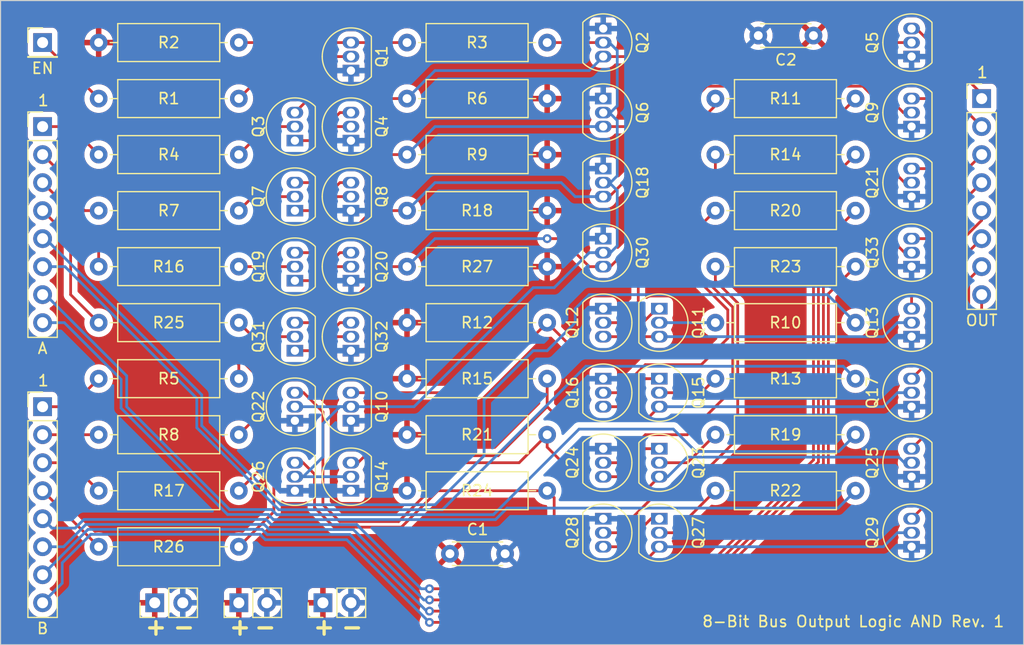
<source format=kicad_pcb>
(kicad_pcb (version 20221018) (generator pcbnew)
  (layers (0 "F.Cu" signal) (31 "B.Cu" signal) (34 "B.Paste" user) (35 "F.Paste" user) (36 "B.SilkS" user "B.Silkscreen") (37 "F.SilkS" user "F.Silkscreen") (38 "B.Mask" user) (39 "F.Mask" user) (44 "Edge.Cuts" user))
  (net 0 "")
  (net 1 "VCC")
  (net 2 "GND")
  (net 3 "Net-(J1-Pin_1)")
  (net 4 "/A1")
  (net 5 "/A2")
  (net 6 "/A3")
  (net 7 "/A4")
  (net 8 "/A5")
  (net 9 "/A6")
  (net 10 "/A7")
  (net 11 "/A8")
  (net 12 "/B1")
  (net 13 "/B2")
  (net 14 "/B3")
  (net 15 "/B4")
  (net 16 "/B5")
  (net 17 "/B6")
  (net 18 "/B7")
  (net 19 "/B8")
  (net 20 "/O1")
  (net 21 "/O2")
  (net 22 "/O3")
  (net 23 "/O4")
  (net 24 "/O5")
  (net 25 "/O6")
  (net 26 "/O7")
  (net 27 "/O8")
  (net 28 "Net-(Q1-B)")
  (net 29 "Net-(Q1-C)")
  (net 30 "/EN_INT")
  (net 31 "Net-(Q2-C)")
  (net 32 "Net-(Q3-E)")
  (net 33 "Net-(Q3-B)")
  (net 34 "Net-(Q4-B)")
  (net 35 "Net-(Q6-C)")
  (net 36 "Net-(Q7-E)")
  (net 37 "Net-(Q7-B)")
  (net 38 "Net-(Q8-B)")
  (net 39 "Net-(Q10-C)")
  (net 40 "Net-(Q11-E)")
  (net 41 "Net-(Q11-B)")
  (net 42 "Net-(Q12-B)")
  (net 43 "Net-(Q14-C)")
  (net 44 "Net-(Q15-E)")
  (net 45 "Net-(Q15-B)")
  (net 46 "Net-(Q16-B)")
  (net 47 "Net-(Q18-C)")
  (net 48 "Net-(Q19-E)")
  (net 49 "Net-(Q19-B)")
  (net 50 "Net-(Q20-B)")
  (net 51 "Net-(Q22-C)")
  (net 52 "Net-(Q23-E)")
  (net 53 "Net-(Q23-B)")
  (net 54 "Net-(Q24-B)")
  (net 55 "Net-(Q26-C)")
  (net 56 "Net-(Q27-E)")
  (net 57 "Net-(Q27-B)")
  (net 58 "Net-(Q28-B)")
  (net 59 "Net-(Q30-C)")
  (net 60 "Net-(Q31-E)")
  (net 61 "Net-(Q31-B)")
  (net 62 "Net-(Q32-B)")
  (footprint "Package_TO_SOT_THT:TO-92_Inline" (layer "F.Cu") (at 231.14 78.74 90)
    (fp_text reference "Q9")
    (fp_text value "2N2222")
  )
  (footprint "Connector_PinHeader_2.54mm:PinHeader_1x08_P2.54mm_Vertical" (layer "F.Cu") (at 152.4 104.14)
    (fp_text reference "J6" hide)
    (fp_text value "B")
  )
  (footprint "Resistor_THT:R_Axial_DIN0309_L9.0mm_D3.2mm_P12.70mm_Horizontal" (layer "F.Cu") (at 198.12 96.52 180)
    (fp_text reference "R12")
    (fp_text value "1K")
  )
  (footprint "Package_TO_SOT_THT:TO-92_Inline" (layer "F.Cu") (at 203.2 69.85 -90)
    (fp_text reference "Q2")
    (fp_text value "2N2222" hide)
  )
  (footprint "Package_TO_SOT_THT:TO-92_Inline" (layer "F.Cu") (at 203.2 76.2 -90)
    (fp_text reference "Q6")
    (fp_text value "2N2222" hide)
  )
  (footprint "Resistor_THT:R_Axial_DIN0309_L9.0mm_D3.2mm_P12.70mm_Horizontal" (layer "F.Cu") (at 185.42 81.28)
    (fp_text reference "R9")
    (fp_text value "1K")
  )
  (footprint "Resistor_THT:R_Axial_DIN0309_L9.0mm_D3.2mm_P12.70mm_Horizontal" (layer "F.Cu") (at 213.36 111.76)
    (fp_text reference "R22")
    (fp_text value "10K")
  )
  (footprint "Package_TO_SOT_THT:TO-92_Inline" (layer "F.Cu") (at 231.14 116.84 90)
    (fp_text reference "Q29")
    (fp_text value "2N2222")
  )
  (footprint "Resistor_THT:R_Axial_DIN0309_L9.0mm_D3.2mm_P12.70mm_Horizontal" (layer "F.Cu") (at 213.36 81.28)
    (fp_text reference "R14")
    (fp_text value "10K")
  )
  (footprint "Connector_PinHeader_2.54mm:PinHeader_1x01_P2.54mm_Vertical" (layer "F.Cu") (at 152.4 71.12)
    (fp_text reference "J1" hide)
    (fp_text value "EN")
  )
  (footprint "Package_TO_SOT_THT:TO-92_Inline" (layer "F.Cu") (at 180.34 111.76 90)
    (fp_text reference "Q14")
    (fp_text value "2N2222" hide)
  )
  (footprint "Resistor_THT:R_Axial_DIN0309_L9.0mm_D3.2mm_P12.70mm_Horizontal" (layer "F.Cu") (at 213.36 106.68)
    (fp_text reference "R19")
    (fp_text value "10K")
  )
  (footprint "Resistor_THT:R_Axial_DIN0309_L9.0mm_D3.2mm_P12.70mm_Horizontal" (layer "F.Cu") (at 213.36 91.44)
    (fp_text reference "R23")
    (fp_text value "10K")
  )
  (footprint "Package_TO_SOT_THT:TO-92_Inline" (layer "F.Cu") (at 231.14 85.09 90)
    (fp_text reference "Q21")
    (fp_text value "2N2222")
  )
  (footprint "Connector_PinHeader_2.54mm:PinHeader_1x08_P2.54mm_Vertical" (layer "F.Cu") (at 152.4 78.74)
    (fp_text reference "J5" hide)
    (fp_text value "A")
  )
  (footprint "Package_TO_SOT_THT:TO-92_Inline" (layer "F.Cu") (at 175.26 99.06 90)
    (fp_text reference "Q31")
    (fp_text value "2N2222" hide)
  )
  (footprint "Resistor_THT:R_Axial_DIN0309_L9.0mm_D3.2mm_P12.70mm_Horizontal" (layer "F.Cu") (at 170.18 71.12 180)
    (fp_text reference "R2")
    (fp_text value "1K")
  )
  (footprint "Resistor_THT:R_Axial_DIN0309_L9.0mm_D3.2mm_P12.70mm_Horizontal" (layer "F.Cu") (at 170.18 96.52 180)
    (fp_text reference "R25")
    (fp_text value "10K")
  )
  (footprint "Package_TO_SOT_THT:TO-92_Inline" (layer "F.Cu") (at 203.2 101.6 -90)
    (fp_text reference "Q16")
    (fp_text value "2N2222" hide)
  )
  (footprint "Package_TO_SOT_THT:TO-92_Inline" (layer "F.Cu") (at 208.28 114.3 -90)
    (fp_text reference "Q27")
    (fp_text value "2N2222" hide)
  )
  (footprint "Resistor_THT:R_Axial_DIN0309_L9.0mm_D3.2mm_P12.70mm_Horizontal" (layer "F.Cu") (at 170.18 111.76 180)
    (fp_text reference "R17")
    (fp_text value "10K")
  )
  (footprint "Package_TO_SOT_THT:TO-92_Inline" (layer "F.Cu") (at 208.28 95.25 -90)
    (fp_text reference "Q11")
    (fp_text value "2N2222" hide)
  )
  (footprint "Package_TO_SOT_THT:TO-92_Inline" (layer "F.Cu") (at 175.26 86.36 90)
    (fp_text reference "Q7")
    (fp_text value "2N2222" hide)
  )
  (footprint "Resistor_THT:R_Axial_DIN0309_L9.0mm_D3.2mm_P12.70mm_Horizontal" (layer "F.Cu") (at 170.18 91.44 180)
    (fp_text reference "R16")
    (fp_text value "10K")
  )
  (footprint "Package_TO_SOT_THT:TO-92_Inline" (layer "F.Cu") (at 203.2 107.95 -90)
    (fp_text reference "Q24")
    (fp_text value "2N2222" hide)
  )
  (footprint "Package_TO_SOT_THT:TO-92_Inline" (layer "F.Cu") (at 203.2 82.55 -90)
    (fp_text reference "Q18")
    (fp_text value "2N2222" hide)
  )
  (footprint "Package_TO_SOT_THT:TO-92_Inline" (layer "F.Cu") (at 175.26 105.41 90)
    (fp_text reference "Q22")
    (fp_text value "2N2222" hide)
  )
  (footprint "Resistor_THT:R_Axial_DIN0309_L9.0mm_D3.2mm_P12.70mm_Horizontal" (layer "F.Cu") (at 213.36 96.52)
    (fp_text reference "R10")
    (fp_text value "10K")
  )
  (footprint "Resistor_THT:R_Axial_DIN0309_L9.0mm_D3.2mm_P12.70mm_Horizontal" (layer "F.Cu") (at 170.18 86.36 180)
    (fp_text reference "R7")
    (fp_text value "10K")
  )
  (footprint "Package_TO_SOT_THT:TO-92_Inline" (layer "F.Cu") (at 203.2 88.9 -90)
    (fp_text reference "Q30")
    (fp_text value "2N2222" hide)
  )
  (footprint "Package_TO_SOT_THT:TO-92_Inline" (layer "F.Cu") (at 175.26 111.76 90)
    (fp_text reference "Q26")
    (fp_text value "2N2222" hide)
  )
  (footprint "Package_TO_SOT_THT:TO-92_Inline" (layer "F.Cu") (at 231.14 72.39 90)
    (fp_text reference "Q5")
    (fp_text value "2N2222")
  )
  (footprint "Package_TO_SOT_THT:TO-92_Inline" (layer "F.Cu") (at 180.34 80.01 90)
    (fp_text reference "Q4")
    (fp_text value "2N2222" hide)
  )
  (footprint "Package_TO_SOT_THT:TO-92_Inline" (layer "F.Cu") (at 180.34 86.36 90)
    (fp_text reference "Q8")
    (fp_text value "2N2222" hide)
  )
  (footprint "Package_TO_SOT_THT:TO-92_Inline" (layer "F.Cu") (at 208.28 101.6 -90)
    (fp_text reference "Q15")
    (fp_text value "2N2222" hide)
  )
  (footprint "Package_TO_SOT_THT:TO-92_Inline" (layer "F.Cu") (at 208.28 107.95 -90)
    (fp_text reference "Q23")
    (fp_text value "2N2222" hide)
  )
  (footprint "Package_TO_SOT_THT:TO-92_Inline" (layer "F.Cu") (at 175.26 92.71 90)
    (fp_text reference "Q19")
    (fp_text value "2N2222" hide)
  )
  (footprint "Connector_PinHeader_2.54mm:PinHeader_1x02_P2.54mm_Vertical" (layer "F.Cu") (at 177.8 121.92 90)
    (fp_text reference "J3" hide)
    (fp_text value "POWER" hide)
  )
  (footprint "Resistor_THT:R_Axial_DIN0309_L9.0mm_D3.2mm_P12.70mm_Horizontal" (layer "F.Cu") (at 170.18 81.28 180)
    (fp_text reference "R4")
    (fp_text value "10K")
  )
  (footprint "Package_TO_SOT_THT:TO-92_Inline" (layer "F.Cu") (at 231.14 97.79 90)
    (fp_text reference "Q13")
    (fp_text value "2N2222")
  )
  (footprint "Package_TO_SOT_THT:TO-92_Inline" (layer "F.Cu") (at 231.14 110.49 90)
    (fp_text reference "Q25")
    (fp_text value "2N2222")
  )
  (footprint "Resistor_THT:R_Axial_DIN0309_L9.0mm_D3.2mm_P12.70mm_Horizontal" (layer "F.Cu") (at 185.42 86.36)
    (fp_text reference "R18")
    (fp_text value "1K")
  )
  (footprint "Resistor_THT:R_Axial_DIN0309_L9.0mm_D3.2mm_P12.70mm_Horizontal" (layer "F.Cu") (at 213.36 101.6)
    (fp_text reference "R13")
    (fp_text value "10K")
  )
  (footprint "Resistor_THT:R_Axial_DIN0309_L9.0mm_D3.2mm_P12.70mm_Horizontal" (layer "F.Cu") (at 198.12 106.68 180)
    (fp_text reference "R21")
    (fp_text value "1K")
  )
  (footprint "Package_TO_SOT_THT:TO-92_Inline" (layer "F.Cu") (at 180.34 99.06 90)
    (fp_text reference "Q32")
    (fp_text value "2N2222" hide)
  )
  (footprint "Resistor_THT:R_Axial_DIN0309_L9.0mm_D3.2mm_P12.70mm_Horizontal" (layer "F.Cu") (at 198.12 111.76 180)
    (fp_text reference "R24")
    (fp_text value "1K")
  )
  (footprint "Resistor_THT:R_Axial_DIN0309_L9.0mm_D3.2mm_P12.70mm_Horizontal" (layer "F.Cu") (at 170.18 76.2 180)
    (fp_text reference "R1")
    (fp_text value "10K")
  )
  (footprint "Resistor_THT:R_Axial_DIN0309_L9.0mm_D3.2mm_P12.70mm_Horizontal" (layer "F.Cu") (at 198.12 71.12 180)
    (fp_text reference "R3")
    (fp_text value "100")
  )
  (footprint "Capacitor_THT:C_Disc_D4.3mm_W1.9mm_P5.00mm" (layer "F.Cu") (at 189.31 117.475)
    (fp_text reference "C1")
    (fp_text value "0.1uF")
  )
  (footprint "Package_TO_SOT_THT:TO-92_Inline" (layer "F.Cu") (at 180.34 105.41 90)
    (fp_text reference "Q10")
    (fp_text value "2N2222" hide)
  )
  (footprint "Package_TO_SOT_THT:TO-92_Inline" (layer "F.Cu") (at 180.34 92.71 90)
    (fp_text reference "Q20")
    (fp_text value "2N2222" hide)
  )
  (footprint "Capacitor_THT:C_Disc_D4.3mm_W1.9mm_P5.00mm" (layer "F.Cu") (at 222.25 70.485 180)
    (fp_text reference "C2")
    (fp_text value "0.1uF")
  )
  (footprint "Resistor_THT:R_Axial_DIN0309_L9.0mm_D3.2mm_P12.70mm_Horizontal" (layer "F.Cu") (at 170.18 116.84 180)
    (fp_text reference "R26")
    (fp_text value "10K")
  )
  (footprint "Resistor_THT:R_Axial_DIN0309_L9.0mm_D3.2mm_P12.70mm_Horizontal" (layer "F.Cu") (at 185.42 76.2)
    (fp_text reference "R6")
    (fp_text value "1K")
  )
  (footprint "Resistor_THT:R_Axial_DIN0309_L9.0mm_D3.2mm_P12.70mm_Horizontal" (layer "F.Cu") (at 213.36 76.2)
    (fp_text reference "R11")
    (fp_text value "10K")
  )
  (footprint "Connector_PinHeader_2.54mm:PinHeader_1x02_P2.54mm_Vertical" (layer "F.Cu") (at 170.18 121.92 90)
    (fp_text reference "J2" hide)
    (fp_text value "POWER" hide)
  )
  (footprint "Package_TO_SOT_THT:TO-92_Inline" (layer "F.Cu") (at 231.14 91.44 90)
    (fp_text reference "Q33")
    (fp_text value "2N2222")
  )
  (footprint "Connector_PinHeader_2.54mm:PinHeader_1x08_P2.54mm_Vertical" (layer "F.Cu") (at 237.49 76.2)
    (fp_text reference "J7" hide)
    (fp_text value "OUT")
  )
  (footprint "Package_TO_SOT_THT:TO-92_Inline" (layer "F.Cu") (at 180.34 73.66 90)
    (fp_text reference "Q1")
    (fp_text value "2N2222" hide)
  )
  (footprint "Resistor_THT:R_Axial_DIN0309_L9.0mm_D3.2mm_P12.70mm_Horizontal" (layer "F.Cu") (at 170.18 101.6 180)
    (fp_text reference "R5")
    (fp_text value "10K")
  )
  (footprint "Package_TO_SOT_THT:TO-92_Inline" (layer "F.Cu") (at 175.26 80.01 90)
    (fp_text reference "Q3")
    (fp_text value "2N2222" hide)
  )
  (footprint "Resistor_THT:R_Axial_DIN0309_L9.0mm_D3.2mm_P12.70mm_Horizontal" (layer "F.Cu") (at 170.18 106.68 180)
    (fp_text reference "R8")
    (fp_text value "10K")
  )
  (footprint "Resistor_THT:R_Axial_DIN0309_L9.0mm_D3.2mm_P12.70mm_Horizontal" (layer "F.Cu") (at 185.42 91.44)
    (fp_text reference "R27")
    (fp_text value "1K")
  )
  (footprint "Connector_PinHeader_2.54mm:PinHeader_1x02_P2.54mm_Vertical" (layer "F.Cu") (at 162.56 121.92 90)
    (fp_text reference "J4" hide)
    (fp_text value "POWER" hide)
  )
  (footprint "Package_TO_SOT_THT:TO-92_Inline" (layer "F.Cu") (at 203.2 114.3 -90)
    (fp_text reference "Q28")
    (fp_text value "2N2222" hide)
  )
  (footprint "Resistor_THT:R_Axial_DIN0309_L9.0mm_D3.2mm_P12.70mm_Horizontal" (layer "F.Cu") (at 198.12 101.6 180)
    (fp_text reference "R15")
    (fp_text value "1K")
  )
  (footprint "Package_TO_SOT_THT:TO-92_Inline" (layer "F.Cu") (at 231.14 104.14 90)
    (fp_text reference "Q17")
    (fp_text value "2N2222")
  )
  (footprint "Resistor_THT:R_Axial_DIN0309_L9.0mm_D3.2mm_P12.70mm_Horizontal" (layer "F.Cu") (at 213.36 86.36)
    (fp_text reference "R20")
    (fp_text value "10K")
  )
  (footprint "Package_TO_SOT_THT:TO-92_Inline" (layer "F.Cu") (at 203.2 95.25 -90)
    (fp_text reference "Q12")
    (fp_text value "2N2222" hide)
  )
  (gr_line (start 148.59 67.31) (end 241.3 67.31) (stroke (width 0.1)) (layer "Edge.Cuts"))
  (gr_line (start 148.59 125.73) (end 241.3 125.73) (stroke (width 0.1)) (layer "Edge.Cuts"))
  (gr_line (start 241.3 125.73) (end 241.3 67.31) (stroke (width 0.1)) (layer "Edge.Cuts"))
  (gr_line (start 148.59 67.31) (end 148.59 125.73) (stroke (width 0.1)) (layer "Edge.Cuts"))
  (gr_text "+" (at 169.164 124.968) (layer "F.SilkS") (effects (font (size 1.5 1.5) (thickness 0.3) bold) (justify left bottom)))
  (gr_text "+" (at 176.784 124.968) (layer "F.SilkS") (effects (font (size 1.5 1.5) (thickness 0.3) bold) (justify left bottom)))
  (gr_text "1" (at 151.892 102.362) (layer "F.SilkS") (effects (font (size 1 1)) (justify left bottom)))
  (gr_text "-" (at 179.324 124.968) (layer "F.SilkS") (effects (font (size 1.5 1.5) (thickness 0.3) bold) (justify left bottom)))
  (gr_text "+" (at 161.544 124.968) (layer "F.SilkS") (effects (font (size 1.5 1.5) (thickness 0.3) bold) (justify left bottom)))
  (gr_text "1" (at 151.892 76.962) (layer "F.SilkS") (effects (font (size 1 1)) (justify left bottom)))
  (gr_text "8-Bit Bus Output Logic AND Rev. 1" (at 212.09 124.206) (layer "F.SilkS") (effects (font (size 1 1)) (justify left bottom)))
  (gr_text "-" (at 164.084 124.968) (layer "F.SilkS") (effects (font (size 1.5 1.5) (thickness 0.3) bold) (justify left bottom)))
  (gr_text "1" (at 236.982 74.422) (layer "F.SilkS") (effects (font (size 1 1)) (justify left bottom)))
  (gr_text "-" (at 171.45 124.968) (layer "F.SilkS") (effects (font (size 1.5 1.5) (thickness 0.3) bold) (justify left bottom)))
  (segment (start 152.4 71.12) (end 157.48 76.2) (width 0.25) (layer "F.Cu") (net 3))
  (segment (start 152.4 78.74) (end 154.94 78.74) (width 0.25) (layer "F.Cu") (net 4))
  (segment (start 154.94 78.74) (end 157.48 81.28) (width 0.25) (layer "F.Cu") (net 4))
  (segment (start 152.4 81.28) (end 154.94 83.82) (width 0.25) (layer "F.Cu") (net 5))
  (segment (start 156.21 86.36) (end 157.48 86.36) (width 0.25) (layer "F.Cu") (net 5))
  (segment (start 154.94 85.09) (end 156.21 86.36) (width 0.25) (layer "F.Cu") (net 5))
  (segment (start 154.94 83.82) (end 154.94 85.09) (width 0.25) (layer "F.Cu") (net 5))
  (segment (start 157.48 88.9) (end 157.48 91.44) (width 0.25) (layer "F.Cu") (net 6))
  (segment (start 152.4 83.82) (end 157.48 88.9) (width 0.25) (layer "F.Cu") (net 6))
  (segment (start 157.48 96.52) (end 154.94 93.98) (width 0.25) (layer "F.Cu") (net 7))
  (segment (start 154.94 93.98) (end 154.94 88.9) (width 0.25) (layer "F.Cu") (net 7))
  (segment (start 154.94 88.9) (end 152.4 86.36) (width 0.25) (layer "F.Cu") (net 7))
  (segment (start 166.82 103.066) (end 152.654 88.9) (width 0.25) (layer "B.Cu") (net 8))
  (segment (start 152.654 88.9) (end 152.4 88.9) (width 0.25) (layer "B.Cu") (net 8))
  (segment (start 200.66 95.25) (end 200.66 96.52) (width 0.25) (layer "B.Cu") (net 8))
  (segment (start 226.06 96.52) (end 223.52 93.98) (width 0.25) (layer "B.Cu") (net 8))
  (segment (start 198.12 99.06) (end 196.85 99.06) (width 0.25) (layer "B.Cu") (net 8))
  (segment (start 166.82 105.858604) (end 166.82 103.066) (width 0.25) (layer "B.Cu") (net 8))
  (segment (start 200.66 96.52) (end 198.12 99.06) (width 0.25) (layer "B.Cu") (net 8))
  (segment (start 201.93 93.98) (end 200.66 95.25) (width 0.25) (layer "B.Cu") (net 8))
  (segment (start 187.96 113.03) (end 173.991396 113.03) (width 0.25) (layer "B.Cu") (net 8))
  (segment (start 173.991396 113.03) (end 166.82 105.858604) (width 0.25) (layer "B.Cu") (net 8))
  (segment (start 196.85 99.06) (end 192.405 103.505) (width 0.25) (layer "B.Cu") (net 8))
  (segment (start 223.52 93.98) (end 201.93 93.98) (width 0.25) (layer "B.Cu") (net 8))
  (segment (start 192.405 108.585) (end 187.96 113.03) (width 0.25) (layer "B.Cu") (net 8))
  (segment (start 192.405 103.505) (end 192.405 108.585) (width 0.25) (layer "B.Cu") (net 8))
  (segment (start 173.286 112.962396) (end 173.286 112.961) (width 0.25) (layer "B.Cu") (net 9))
  (segment (start 166.37 106.045) (end 166.37 103.378) (width 0.25) (layer "B.Cu") (net 9))
  (segment (start 154.432 91.44) (end 152.4 91.44) (width 0.25) (layer "B.Cu") (net 9))
  (segment (start 226.06 101.6) (end 224.935 100.475) (width 0.25) (layer "B.Cu") (net 9))
  (segment (start 224.935 100.475) (end 201.627995 100.475) (width 0.25) (layer "B.Cu") (net 9))
  (segment (start 173.286 112.961) (end 166.37 106.045) (width 0.25) (layer "B.Cu") (net 9))
  (segment (start 188.622995 113.48) (end 173.803604 113.48) (width 0.25) (layer "B.Cu") (net 9))
  (segment (start 173.803604 113.48) (end 173.286 112.962396) (width 0.25) (layer "B.Cu") (net 9))
  (segment (start 201.627995 100.475) (end 188.622995 113.48) (width 0.25) (layer "B.Cu") (net 9))
  (segment (start 166.37 103.378) (end 154.432 91.44) (width 0.25) (layer "B.Cu") (net 9))
  (segment (start 211.582 108.204) (end 209.55 106.172) (width 0.25) (layer "B.Cu") (net 10))
  (segment (start 152.654 93.98) (end 152.4 93.98) (width 0.25) (layer "B.Cu") (net 10))
  (segment (start 193.252995 113.93) (end 173.617208 113.93) (width 0.25) (layer "B.Cu") (net 10))
  (segment (start 173.152208 113.465) (end 169.343604 113.465) (width 0.25) (layer "B.Cu") (net 10))
  (segment (start 209.55 106.172) (end 201.010995 106.172) (width 0.25) (layer "B.Cu") (net 10))
  (segment (start 169.343604 113.465) (end 160.02 104.141396) (width 0.25) (layer "B.Cu") (net 10))
  (segment (start 160.02 101.346) (end 152.654 93.98) (width 0.25) (layer "B.Cu") (net 10))
  (segment (start 224.536 108.204) (end 211.582 108.204) (width 0.25) (layer "B.Cu") (net 10))
  (segment (start 160.02 104.141396) (end 160.02 101.346) (width 0.25) (layer "B.Cu") (net 10))
  (segment (start 173.617208 113.93) (end 173.152208 113.465) (width 0.25) (layer "B.Cu") (net 10))
  (segment (start 201.010995 106.172) (end 193.252995 113.93) (width 0.25) (layer "B.Cu") (net 10))
  (segment (start 226.06 106.68) (end 224.536 108.204) (width 0.25) (layer "B.Cu") (net 10))
  (segment (start 154.3685 96.52) (end 152.4 96.52) (width 0.25) (layer "B.Cu") (net 11))
  (segment (start 172.848584 113.915) (end 169.157208 113.915) (width 0.25) (layer "B.Cu") (net 11))
  (segment (start 194.484391 113.335) (end 193.439391 114.38) (width 0.25) (layer "B.Cu") (net 11))
  (segment (start 226.06 111.76) (end 224.485 113.335) (width 0.25) (layer "B.Cu") (net 11))
  (segment (start 169.157208 113.915) (end 159.512 104.269792) (width 0.25) (layer "B.Cu") (net 11))
  (segment (start 224.485 113.335) (end 194.484391 113.335) (width 0.25) (layer "B.Cu") (net 11))
  (segment (start 193.439391 114.38) (end 173.313584 114.38) (width 0.25) (layer "B.Cu") (net 11))
  (segment (start 159.512 101.6635) (end 154.3685 96.52) (width 0.25) (layer "B.Cu") (net 11))
  (segment (start 173.313584 114.38) (end 172.848584 113.915) (width 0.25) (layer "B.Cu") (net 11))
  (segment (start 159.512 104.269792) (end 159.512 101.6635) (width 0.25) (layer "B.Cu") (net 11))
  (segment (start 157.48 101.6) (end 154.94 104.14) (width 0.25) (layer "F.Cu") (net 12))
  (segment (start 154.94 104.14) (end 152.4 104.14) (width 0.25) (layer "F.Cu") (net 12))
  (segment (start 152.4 106.68) (end 157.48 106.68) (width 0.25) (layer "F.Cu") (net 13))
  (segment (start 152.4 109.22) (end 154.94 109.22) (width 0.25) (layer "F.Cu") (net 14))
  (segment (start 154.94 109.22) (end 157.48 111.76) (width 0.25) (layer "F.Cu") (net 14))
  (segment (start 152.4 111.76) (end 157.48 116.84) (width 0.25) (layer "F.Cu") (net 15))
  (segment (start 210.566 120.65) (end 187.452 120.65) (width 0.25) (layer "F.Cu") (net 16))
  (segment (start 222.25 80.01) (end 222.25 108.966) (width 0.25) (layer "F.Cu") (net 16))
  (segment (start 222.25 108.966) (end 210.566 120.65) (width 0.25) (layer "F.Cu") (net 16))
  (segment (start 226.06 76.2) (end 222.25 80.01) (width 0.25) (layer "F.Cu") (net 16))
  (via (at 187.452 120.65) (size 0.8) (drill 0.4) (layers "F.Cu" "B.Cu") (net 16))
  (segment (start 173.127188 114.83) (end 180.87 114.83) (width 0.25) (layer "B.Cu") (net 16))
  (segment (start 153.25 115.15) (end 155.357208 115.15) (width 0.25) (layer "B.Cu") (net 16))
  (segment (start 156.142208 114.365) (end 172.662188 114.365) (width 0.25) (layer "B.Cu") (net 16))
  (segment (start 172.662188 114.365) (end 173.127188 114.83) (width 0.25) (layer "B.Cu") (net 16))
  (segment (start 186.69 120.65) (end 187.452 120.65) (width 0.25) (layer "B.Cu") (net 16))
  (segment (start 180.87 114.83) (end 186.69 120.65) (width 0.25) (layer "B.Cu") (net 16))
  (segment (start 155.357208 115.15) (end 156.142208 114.365) (width 0.25) (layer "B.Cu") (net 16))
  (segment (start 152.4 114.3) (end 153.25 115.15) (width 0.25) (layer "B.Cu") (net 16))
  (segment (start 226.06 81.28) (end 222.7 84.64) (width 0.25) (layer "F.Cu") (net 17))
  (segment (start 210.191053 121.661343) (end 187.456658 121.661342) (width 0.25) (layer "F.Cu") (net 17))
  (segment (start 222.7 109.152396) (end 210.191053 121.661343) (width 0.25) (layer "F.Cu") (net 17))
  (segment (start 222.7 84.64) (end 222.7 109.152396) (width 0.25) (layer "F.Cu") (net 17))
  (via (at 187.456658 121.661342) (size 0.8) (drill 0.4) (layers "F.Cu" "B.Cu") (net 17))
  (segment (start 172.475792 114.815) (end 172.940792 115.28) (width 0.25) (layer "B.Cu") (net 17))
  (segment (start 154.303604 116.84) (end 156.328604 114.815) (width 0.25) (layer "B.Cu") (net 17))
  (segment (start 172.940792 115.28) (end 180.558 115.28) (width 0.25) (layer "B.Cu") (net 17))
  (segment (start 152.4 116.84) (end 154.303604 116.84) (width 0.25) (layer "B.Cu") (net 17))
  (segment (start 186.939342 121.661342) (end 187.456658 121.661342) (width 0.25) (layer "B.Cu") (net 17))
  (segment (start 180.558 115.28) (end 186.939342 121.661342) (width 0.25) (layer "B.Cu") (net 17))
  (segment (start 156.328604 114.815) (end 172.475792 114.815) (width 0.25) (layer "B.Cu") (net 17))
  (segment (start 223.15 109.338792) (end 209.811445 122.677347) (width 0.25) (layer "F.Cu") (net 18))
  (segment (start 209.811445 122.677347) (end 187.456653 122.677347) (width 0.25) (layer "F.Cu") (net 18))
  (segment (start 226.06 86.36) (end 223.15 89.27) (width 0.25) (layer "F.Cu") (net 18))
  (segment (start 223.15 89.27) (end 223.15 109.338792) (width 0.25) (layer "F.Cu") (net 18))
  (via (at 187.456653 122.677347) (size 0.8) (drill 0.4) (layers "F.Cu" "B.Cu") (net 18))
  (segment (start 156.515 115.265) (end 172.289396 115.265) (width 0.25) (layer "B.Cu") (net 18))
  (segment (start 152.4 119.38) (end 156.515 115.265) (width 0.25) (layer "B.Cu") (net 18))
  (segment (start 172.754396 115.73) (end 180.246 115.73) (width 0.25) (layer "B.Cu") (net 18))
  (segment (start 180.246 115.73) (end 187.193347 122.677347) (width 0.25) (layer "B.Cu") (net 18))
  (segment (start 172.289396 115.265) (end 172.754396 115.73) (width 0.25) (layer "B.Cu") (net 18))
  (segment (start 187.193347 122.677347) (end 187.456653 122.677347) (width 0.25) (layer "B.Cu") (net 18))
  (segment (start 223.6 109.525188) (end 209.427188 123.698) (width 0.25) (layer "F.Cu") (net 19))
  (segment (start 226.06 91.44) (end 223.6 93.9) (width 0.25) (layer "F.Cu") (net 19))
  (segment (start 209.427188 123.698) (end 187.452 123.698) (width 0.25) (layer "F.Cu") (net 19))
  (segment (start 223.6 93.9) (end 223.6 109.525188) (width 0.25) (layer "F.Cu") (net 19))
  (via (at 187.452 123.698) (size 0.8) (drill 0.4) (layers "F.Cu" "B.Cu") (net 19))
  (segment (start 156.7635 115.715) (end 172.103 115.715) (width 0.25) (layer "B.Cu") (net 19))
  (segment (start 154.178 120.142) (end 154.178 118.3005) (width 0.25) (layer "B.Cu") (net 19))
  (segment (start 154.178 118.3005) (end 156.7635 115.715) (width 0.25) (layer "B.Cu") (net 19))
  (segment (start 172.593 116.205) (end 179.959 116.205) (width 0.25) (layer "B.Cu") (net 19))
  (segment (start 179.959 116.205) (end 187.452 123.698) (width 0.25) (layer "B.Cu") (net 19))
  (segment (start 172.103 115.715) (end 172.593 116.205) (width 0.25) (layer "B.Cu") (net 19))
  (segment (start 152.4 121.92) (end 154.178 120.142) (width 0.25) (layer "B.Cu") (net 19))
  (segment (start 231.14 69.85) (end 231.57 69.85) (width 0.25) (layer "F.Cu") (net 20))
  (segment (start 237.49 75.77) (end 237.49 76.2) (width 0.25) (layer "F.Cu") (net 20))
  (segment (start 231.57 69.85) (end 237.49 75.77) (width 0.25) (layer "F.Cu") (net 20))
  (segment (start 231.14 76.2) (end 234.95 76.2) (width 0.25) (layer "F.Cu") (net 21))
  (segment (start 234.95 76.2) (end 237.49 78.74) (width 0.25) (layer "F.Cu") (net 21))
  (segment (start 236.22 82.55) (end 237.49 81.28) (width 0.25) (layer "F.Cu") (net 22))
  (segment (start 231.14 82.55) (end 236.22 82.55) (width 0.25) (layer "F.Cu") (net 22))
  (segment (start 231.14 88.9) (end 232.41 88.9) (width 0.25) (layer "F.Cu") (net 23))
  (segment (start 232.41 88.9) (end 237.49 83.82) (width 0.25) (layer "F.Cu") (net 23))
  (segment (start 231.14 93.588299) (end 237.49 87.238299) (width 0.25) (layer "F.Cu") (net 24))
  (segment (start 231.14 95.25) (end 231.14 93.588299) (width 0.25) (layer "F.Cu") (net 24))
  (segment (start 237.49 87.238299) (end 237.49 86.36) (width 0.25) (layer "F.Cu") (net 24))
  (segment (start 231.14 101.6) (end 235.865 96.875) (width 0.25) (layer "F.Cu") (net 25))
  (segment (start 235.865 96.875) (end 235.865 90.525) (width 0.25) (layer "F.Cu") (net 25))
  (segment (start 235.865 90.525) (end 237.49 88.9) (width 0.25) (layer "F.Cu") (net 25))
  (segment (start 236.315 92.615) (end 237.49 91.44) (width 0.25) (layer "F.Cu") (net 26))
  (segment (start 231.14 107.95) (end 236.315 102.775) (width 0.25) (layer "F.Cu") (net 26))
  (segment (start 236.315 102.775) (end 236.315 92.615) (width 0.25) (layer "F.Cu") (net 26))
  (segment (start 231.14 114.3) (end 237.49 107.95) (width 0.25) (layer "F.Cu") (net 27))
  (segment (start 237.49 107.95) (end 237.49 93.98) (width 0.25) (layer "F.Cu") (net 27))
  (segment (start 170.18 76.2) (end 173.99 72.39) (width 0.25) (layer "F.Cu") (net 28))
  (segment (start 173.99 72.39) (end 180.34 72.39) (width 0.25) (layer "F.Cu") (net 28))
  (segment (start 170.18 71.12) (end 180.34 71.12) (width 0.25) (layer "F.Cu") (net 29))
  (segment (start 180.34 71.12) (end 185.42 71.12) (width 0.25) (layer "F.Cu") (net 29))
  (segment (start 203.855 77.47) (end 203.2 77.47) (width 0.25) (layer "F.Cu") (net 30))
  (segment (start 198.12 71.12) (end 203.2 71.12) (width 0.25) (layer "F.Cu") (net 30))
  (segment (start 203.2 71.12) (end 203.75 71.12) (width 0.25) (layer "F.Cu") (net 30))
  (segment (start 203.2 83.82) (end 203.855 83.82) (width 0.25) (layer "F.Cu") (net 30))
  (segment (start 203.2 83.82) (end 203.75 83.82) (width 0.25) (layer "B.Cu") (net 30))
  (segment (start 175.26 104.14) (end 180.34 104.14) (width 0.25) (layer "B.Cu") (net 30))
  (segment (start 203.2 77.47) (end 203.75 77.47) (width 0.25) (layer "B.Cu") (net 30))
  (segment (start 176.0075 110.49) (end 175.26 110.49) (width 0.25) (layer "B.Cu") (net 30))
  (segment (start 204.47 83.205) (end 203.855 83.82) (width 0.25) (layer "B.Cu") (net 30))
  (segment (start 204.47 89.555) (end 203.855 90.17) (width 0.25) (layer "B.Cu") (net 30))
  (segment (start 203.855 77.47) (end 203.2 77.47) (width 0.25) (layer "B.Cu") (net 30))
  (segment (start 204.47 84.54) (end 204.47 89.555) (width 0.25) (layer "B.Cu") (net 30))
  (segment (start 186.055 104.14) (end 196.85 93.345) (width 0.25) (layer "B.Cu") (net 30))
  (segment (start 203.75 77.47) (end 204.47 78.19) (width 0.25) (layer "B.Cu") (net 30))
  (segment (start 203.855 90.17) (end 203.2 90.17) (width 0.25) (layer "B.Cu") (net 30))
  (segment (start 204.47 71.84) (end 204.47 76.855) (width 0.25) (layer "B.Cu") (net 30))
  (segment (start 203.75 83.82) (end 204.47 84.54) (width 0.25) (layer "B.Cu") (net 30))
  (segment (start 201.93 90.17) (end 203.2 90.17) (width 0.25) (layer "B.Cu") (net 30))
  (segment (start 177.8 105.68) (end 177.8 108.6975) (width 0.25) (layer "B.Cu") (net 30))
  (segment (start 196.85 93.345) (end 198.755 93.345) (width 0.25) (layer "B.Cu") (net 30))
  (segment (start 198.755 93.345) (end 201.93 90.17) (width 0.25) (layer "B.Cu") (net 30))
  (segment (start 180.34 104.14) (end 186.055 104.14) (width 0.25) (layer "B.Cu") (net 30))
  (segment (start 203.855 83.82) (end 203.2 83.82) (width 0.25) (layer "B.Cu") (net 30))
  (segment (start 179.34 104.14) (end 177.8 105.68) (width 0.25) (layer "B.Cu") (net 30))
  (segment (start 203.75 71.12) (end 204.47 71.84) (width 0.25) (layer "B.Cu") (net 30))
  (segment (start 204.47 78.19) (end 204.47 83.205) (width 0.25) (layer "B.Cu") (net 30))
  (segment (start 177.8 108.6975) (end 176.0075 110.49) (width 0.25) (layer "B.Cu") (net 30))
  (segment (start 180.34 104.14) (end 179.34 104.14) (width 0.25) (layer "B.Cu") (net 30))
  (segment (start 204.47 76.855) (end 203.855 77.47) (width 0.25) (layer "B.Cu") (net 30))
  (segment (start 203.2 71.12) (end 203.75 71.12) (width 0.25) (layer "B.Cu") (net 30))
  (segment (start 175.26 110.49) (end 180.34 110.49) (width 0.25) (layer "B.Cu") (net 30))
  (segment (start 175.26 77.47) (end 176.53 76.2) (width 0.25) (layer "F.Cu") (net 31))
  (segment (start 228.59 72.39) (end 229.86 71.12) (width 0.25) (layer "F.Cu") (net 31))
  (segment (start 203.2 72.39) (end 228.59 72.39) (width 0.25) (layer "F.Cu") (net 31))
  (segment (start 176.53 76.2) (end 185.42 76.2) (width 0.25) (layer "F.Cu") (net 31))
  (segment (start 229.86 71.12) (end 231.14 71.12) (width 0.25) (layer "F.Cu") (net 31))
  (segment (start 187.96 73.66) (end 201.93 73.66) (width 0.25) (layer "B.Cu") (net 31))
  (segment (start 201.93 73.66) (end 203.2 72.39) (width 0.25) (layer "B.Cu") (net 31))
  (segment (start 185.42 76.2) (end 187.96 73.66) (width 0.25) (layer "B.Cu") (net 31))
  (segment (start 179.34 77.47) (end 176.8 80.01) (width 0.25) (layer "F.Cu") (net 32))
  (segment (start 176.8 80.01) (end 175.26 80.01) (width 0.25) (layer "F.Cu") (net 32))
  (segment (start 180.34 77.47) (end 179.34 77.47) (width 0.25) (layer "F.Cu") (net 32))
  (segment (start 170.18 81.28) (end 172.72 78.74) (width 0.25) (layer "F.Cu") (net 33))
  (segment (start 172.72 78.74) (end 175.26 78.74) (width 0.25) (layer "F.Cu") (net 33))
  (segment (start 167.19 86.81) (end 172.72 81.28) (width 0.25) (layer "F.Cu") (net 34))
  (segment (start 172.72 81.28) (end 176.52 81.28) (width 0.25) (layer "F.Cu") (net 34))
  (segment (start 179.06 78.74) (end 180.34 78.74) (width 0.25) (layer "F.Cu") (net 34))
  (segment (start 170.18 100.33) (end 167.19 97.34) (width 0.25) (layer "F.Cu") (net 34))
  (segment (start 176.52 81.28) (end 179.06 78.74) (width 0.25) (layer "F.Cu") (net 34))
  (segment (start 170.18 101.6) (end 170.18 100.33) (width 0.25) (layer "F.Cu") (net 34))
  (segment (start 167.19 97.34) (end 167.19 86.81) (width 0.25) (layer "F.Cu") (net 34))
  (segment (start 230.3925 77.47) (end 231.14 77.47) (width 0.25) (layer "F.Cu") (net 35))
  (segment (start 203.2 78.74) (end 207.642208 78.74) (width 0.25) (layer "F.Cu") (net 35))
  (segment (start 175.26 83.82) (end 177.8 83.82) (width 0.25) (layer "F.Cu") (net 35))
  (segment (start 207.642208 78.74) (end 212.207208 74.175) (width 0.25) (layer "F.Cu") (net 35))
  (segment (start 227.0975 74.175) (end 230.3925 77.47) (width 0.25) (layer "F.Cu") (net 35))
  (segment (start 180.34 81.28) (end 185.42 81.28) (width 0.25) (layer "F.Cu") (net 35))
  (segment (start 212.207208 74.175) (end 227.0975 74.175) (width 0.25) (layer "F.Cu") (net 35))
  (segment (start 177.8 83.82) (end 180.34 81.28) (width 0.25) (layer "F.Cu") (net 35))
  (segment (start 185.42 81.28) (end 187.96 78.74) (width 0.25) (layer "B.Cu") (net 35))
  (segment (start 187.96 78.74) (end 203.2 78.74) (width 0.25) (layer "B.Cu") (net 35))
  (segment (start 180.34 83.82) (end 179.34 83.82) (width 0.25) (layer "F.Cu") (net 36))
  (segment (start 176.8 86.36) (end 175.26 86.36) (width 0.25) (layer "F.Cu") (net 36))
  (segment (start 179.34 83.82) (end 176.8 86.36) (width 0.25) (layer "F.Cu") (net 36))
  (segment (start 171.45 85.09) (end 175.26 85.09) (width 0.25) (layer "F.Cu") (net 37))
  (segment (start 170.18 86.36) (end 171.45 85.09) (width 0.25) (layer "F.Cu") (net 37))
  (segment (start 176.52 87.63) (end 179.06 85.09) (width 0.25) (layer "F.Cu") (net 38))
  (segment (start 171.924505 87.63) (end 176.52 87.63) (width 0.25) (layer "F.Cu") (net 38))
  (segment (start 170.18 106.68) (end 172.455 104.405) (width 0.25) (layer "F.Cu") (net 38))
  (segment (start 167.64 97.153604) (end 167.64 91.914505) (width 0.25) (layer "F.Cu") (net 38))
  (segment (start 179.06 85.09) (end 180.34 85.09) (width 0.25) (layer "F.Cu") (net 38))
  (segment (start 172.455 104.405) (end 172.455 101.968604) (width 0.25) (layer "F.Cu") (net 38))
  (segment (start 167.64 91.914505) (end 171.924505 87.63) (width 0.25) (layer "F.Cu") (net 38))
  (segment (start 172.455 101.968604) (end 167.64 97.153604) (width 0.25) (layer "F.Cu") (net 38))
  (segment (start 191.77 102.87) (end 198.12 96.52) (width 0.25) (layer "F.Cu") (net 39))
  (segment (start 205.74 99.06) (end 200.66 99.06) (width 0.25) (layer "F.Cu") (net 39))
  (segment (start 208.28 97.79) (end 207.01 97.79) (width 0.25) (layer "F.Cu") (net 39))
  (segment (start 207.01 97.79) (end 205.74 99.06) (width 0.25) (layer "F.Cu") (net 39))
  (segment (start 200.66 99.06) (end 198.12 96.52) (width 0.25) (layer "F.Cu") (net 39))
  (segment (start 180.34 102.87) (end 191.77 102.87) (width 0.25) (layer "F.Cu") (net 39))
  (segment (start 229.86 96.52) (end 231.14 96.52) (width 0.25) (layer "B.Cu") (net 39))
  (segment (start 208.28 97.79) (end 228.59 97.79) (width 0.25) (layer "B.Cu") (net 39))
  (segment (start 228.59 97.79) (end 229.86 96.52) (width 0.25) (layer "B.Cu") (net 39))
  (segment (start 203.2 97.79) (end 205.515 97.79) (width 0.25) (layer "F.Cu") (net 40))
  (segment (start 205.515 97.79) (end 208.055 95.25) (width 0.25) (layer "F.Cu") (net 40))
  (segment (start 208.055 95.25) (end 208.28 95.25) (width 0.25) (layer "F.Cu") (net 40))
  (segment (start 208.28 96.52) (end 213.36 96.52) (width 0.25) (layer "B.Cu") (net 41))
  (segment (start 206.375 94.625) (end 204.48 96.52) (width 0.25) (layer "F.Cu") (net 42))
  (segment (start 204.48 96.52) (end 203.2 96.52) (width 0.25) (layer "F.Cu") (net 42))
  (segment (start 206.375 83.82) (end 206.375 94.625) (width 0.25) (layer "F.Cu") (net 42))
  (segment (start 213.36 76.2) (end 213.36 76.835) (width 0.25) (layer "F.Cu") (net 42))
  (segment (start 213.36 76.835) (end 206.375 83.82) (width 0.25) (layer "F.Cu") (net 42))
  (segment (start 180.975 109.22) (end 180.34 109.22) (width 0.25) (layer "F.Cu") (net 43))
  (segment (start 193.675 108.585) (end 181.61 108.585) (width 0.25) (layer "F.Cu") (net 43))
  (segment (start 208.28 104.14) (end 207.01 105.41) (width 0.25) (layer "F.Cu") (net 43))
  (segment (start 181.61 108.585) (end 180.975 109.22) (width 0.25) (layer "F.Cu") (net 43))
  (segment (start 198.12 104.14) (end 198.12 101.6) (width 0.25) (layer "F.Cu") (net 43))
  (segment (start 207.01 105.41) (end 199.39 105.41) (width 0.25) (layer "F.Cu") (net 43))
  (segment (start 199.39 105.41) (end 198.12 104.14) (width 0.25) (layer "F.Cu") (net 43))
  (segment (start 198.12 104.14) (end 193.675 108.585) (width 0.25) (layer "F.Cu") (net 43))
  (segment (start 228.6 104.14) (end 229.87 102.87) (width 0.25) (layer "B.Cu") (net 43))
  (segment (start 229.87 102.87) (end 231.14 102.87) (width 0.25) (layer "B.Cu") (net 43))
  (segment (start 208.28 104.14) (end 228.6 104.14) (width 0.25) (layer "B.Cu") (net 43))
  (segment (start 204.47 104.14) (end 207.01 101.6) (width 0.25) (layer "F.Cu") (net 44))
  (segment (start 203.2 104.14) (end 204.47 104.14) (width 0.25) (layer "F.Cu") (net 44))
  (segment (start 207.01 101.6) (end 208.28 101.6) (width 0.25) (layer "F.Cu") (net 44))
  (segment (start 212.09 102.87) (end 213.36 101.6) (width 0.25) (layer "F.Cu") (net 45))
  (segment (start 208.28 102.87) (end 212.09 102.87) (width 0.25) (layer "F.Cu") (net 45))
  (segment (start 213.36 81.28) (end 213.36 82.709874) (width 0.25) (layer "F.Cu") (net 46))
  (segment (start 210.82 91.694) (end 214.485 95.359) (width 0.25) (layer "F.Cu") (net 46))
  (segment (start 214.485 97.935) (end 212.09 100.33) (width 0.25) (layer "F.Cu") (net 46))
  (segment (start 214.485 95.359) (end 214.485 97.935) (width 0.25) (layer "F.Cu") (net 46))
  (segment (start 207.01 100.33) (end 204.47 102.87) (width 0.25) (layer "F.Cu") (net 46))
  (segment (start 204.47 102.87) (end 203.2 102.87) (width 0.25) (layer "F.Cu") (net 46))
  (segment (start 210.82 85.249874) (end 210.82 91.694) (width 0.25) (layer "F.Cu") (net 46))
  (segment (start 212.09 100.33) (end 207.01 100.33) (width 0.25) (layer "F.Cu") (net 46))
  (segment (start 213.36 82.709874) (end 210.82 85.249874) (width 0.25) (layer "F.Cu") (net 46))
  (segment (start 203.2 85.09) (end 203.75 85.09) (width 0.25) (layer "F.Cu") (net 47))
  (segment (start 229.235 82.55) (end 230.505 83.82) (width 0.25) (layer "F.Cu") (net 47))
  (segment (start 207.83 79.188604) (end 212.393604 74.625) (width 0.25) (layer "F.Cu") (net 47))
  (segment (start 203.75 85.09) (end 207.83 81.01) (width 0.25) (layer "F.Cu") (net 47))
  (segment (start 178.455 90.17) (end 182.265 86.36) (width 0.25) (layer "F.Cu") (net 47))
  (segment (start 229.235 76.948896) (end 229.235 82.55) (width 0.25) (layer "F.Cu") (net 47))
  (segment (start 226.911104 74.625) (end 229.235 76.948896) (width 0.25) (layer "F.Cu") (net 47))
  (segment (start 212.393604 74.625) (end 226.911104 74.625) (width 0.25) (layer "F.Cu") (net 47))
  (segment (start 182.265 86.36) (end 185.42 86.36) (width 0.25) (layer "F.Cu") (net 47))
  (segment (start 207.83 81.01) (end 207.83 79.188604) (width 0.25) (layer "F.Cu") (net 47))
  (segment (start 230.505 83.82) (end 231.14 83.82) (width 0.25) (layer "F.Cu") (net 47))
  (segment (start 175.26 90.17) (end 178.455 90.17) (width 0.25) (layer "F.Cu") (net 47))
  (segment (start 199.39 83.82) (end 200.66 85.09) (width 0.25) (layer "B.Cu") (net 47))
  (segment (start 200.66 85.09) (end 203.2 85.09) (width 0.25) (layer "B.Cu") (net 47))
  (segment (start 185.42 86.36) (end 187.96 83.82) (width 0.25) (layer "B.Cu") (net 47))
  (segment (start 187.96 83.82) (end 199.39 83.82) (width 0.25) (layer "B.Cu") (net 47))
  (segment (start 179.34 90.17) (end 176.8 92.71) (width 0.25) (layer "F.Cu") (net 48))
  (segment (start 176.8 92.71) (end 175.26 92.71) (width 0.25) (layer "F.Cu") (net 48))
  (segment (start 180.34 90.17) (end 179.34 90.17) (width 0.25) (layer "F.Cu") (net 48))
  (segment (start 175.26 91.44) (end 170.18 91.44) (width 0.25) (layer "F.Cu") (net 49))
  (segment (start 172.905 101.782208) (end 168.275 97.152208) (width 0.25) (layer "F.Cu") (net 50))
  (segment (start 168.275 96.042005) (end 169.702005 94.615) (width 0.25) (layer "F.Cu") (net 50))
  (segment (start 175.885 94.615) (end 179.06 91.44) (width 0.25) (layer "F.Cu") (net 50))
  (segment (start 168.275 97.152208) (end 168.275 96.042005) (width 0.25) (layer "F.Cu") (net 50))
  (segment (start 170.18 111.76) (end 172.905 109.035) (width 0.25) (layer "F.Cu") (net 50))
  (segment (start 169.702005 94.615) (end 175.885 94.615) (width 0.25) (layer "F.Cu") (net 50))
  (segment (start 172.905 109.035) (end 172.905 101.782208) (width 0.25) (layer "F.Cu") (net 50))
  (segment (start 179.06 91.44) (end 180.34 91.44) (width 0.25) (layer "F.Cu") (net 50))
  (segment (start 189.992 109.22) (end 195.58 109.22) (width 0.25) (layer "F.Cu") (net 51))
  (segment (start 202.06863 111.76) (end 198.12 107.81137) (width 0.25) (layer "F.Cu") (net 51))
  (segment (start 175.26 102.87) (end 176.052082 102.87) (width 0.25) (layer "F.Cu") (net 51))
  (segment (start 177.8 113.03) (end 179.324 114.554) (width 0.25) (layer "F.Cu") (net 51))
  (segment (start 184.658 114.554) (end 189.992 109.22) (width 0.25) (layer "F.Cu") (net 51))
  (segment (start 179.324 114.554) (end 184.658 114.554) (width 0.25) (layer "F.Cu") (net 51))
  (segment (start 195.58 109.22) (end 198.12 106.68) (width 0.25) (layer "F.Cu") (net 51))
  (segment (start 177.8 104.617918) (end 177.8 113.03) (width 0.25) (layer "F.Cu") (net 51))
  (segment (start 208.28 110.49) (end 207.01 111.76) (width 0.25) (layer "F.Cu") (net 51))
  (segment (start 207.01 111.76) (end 202.06863 111.76) (width 0.25) (layer "F.Cu") (net 51))
  (segment (start 176.052082 102.87) (end 177.8 104.617918) (width 0.25) (layer "F.Cu") (net 51))
  (segment (start 198.12 107.81137) (end 198.12 106.68) (width 0.25) (layer "F.Cu") (net 51))
  (segment (start 230.485 109.22) (end 231.14 109.22) (width 0.25) (layer "B.Cu") (net 51))
  (segment (start 229.977 108.712) (end 230.485 109.22) (width 0.25) (layer "B.Cu") (net 51))
  (segment (start 208.28 110.49) (end 209.042 110.49) (width 0.25) (layer "B.Cu") (net 51))
  (segment (start 209.042 110.49) (end 210.82 108.712) (width 0.25) (layer "B.Cu") (net 51))
  (segment (start 210.82 108.712) (end 229.977 108.712) (width 0.25) (layer "B.Cu") (net 51))
  (segment (start 203.2 110.49) (end 204.47 110.49) (width 0.25) (layer "F.Cu") (net 52))
  (segment (start 207.01 107.95) (end 208.28 107.95) (width 0.25) (layer "F.Cu") (net 52))
  (segment (start 204.47 110.49) (end 207.01 107.95) (width 0.25) (layer "F.Cu") (net 52))
  (segment (start 210.82 109.22) (end 213.36 106.68) (width 0.25) (layer "F.Cu") (net 53))
  (segment (start 208.28 109.22) (end 210.82 109.22) (width 0.25) (layer "F.Cu") (net 53))
  (segment (start 214.935 102.565) (end 210.82 106.68) (width 0.25) (layer "F.Cu") (net 54))
  (segment (start 207.02 106.68) (end 204.48 109.22) (width 0.25) (layer "F.Cu") (net 54))
  (segment (start 211.455 91.6305) (end 214.935 95.1105) (width 0.25) (layer "F.Cu") (net 54))
  (segment (start 211.455 88.265) (end 211.455 91.6305) (width 0.25) (layer "F.Cu") (net 54))
  (segment (start 214.935 95.1105) (end 214.935 102.565) (width 0.25) (layer "F.Cu") (net 54))
  (segment (start 204.48 109.22) (end 203.2 109.22) (width 0.25) (layer "F.Cu") (net 54))
  (segment (start 213.36 86.36) (end 211.455 88.265) (width 0.25) (layer "F.Cu") (net 54))
  (segment (start 210.82 106.68) (end 207.02 106.68) (width 0.25) (layer "F.Cu") (net 54))
  (segment (start 184.912 115.062) (end 178.816 115.062) (width 0.25) (layer "F.Cu") (net 55))
  (segment (start 201.93 118.11) (end 198.755 114.935) (width 0.25) (layer "F.Cu") (net 55))
  (segment (start 188.214 111.76) (end 184.912 115.062) (width 0.25) (layer "F.Cu") (net 55))
  (segment (start 178.816 115.062) (end 177.038 113.284) (width 0.25) (layer "F.Cu") (net 55))
  (segment (start 198.755 112.395) (end 198.12 111.76) (width 0.25) (layer "F.Cu") (net 55))
  (segment (start 198.12 111.76) (end 188.214 111.76) (width 0.25) (layer "F.Cu") (net 55))
  (segment (start 177.038 113.284) (end 177.038 110.2505) (width 0.25) (layer "F.Cu") (net 55))
  (segment (start 176.0075 109.22) (end 175.26 109.22) (width 0.25) (layer "F.Cu") (net 55))
  (segment (start 177.038 110.2505) (end 176.0075 109.22) (width 0.25) (layer "F.Cu") (net 55))
  (segment (start 207.01 118.11) (end 201.93 118.11) (width 0.25) (layer "F.Cu") (net 55))
  (segment (start 198.755 114.935) (end 198.755 112.395) (width 0.25) (layer "F.Cu") (net 55))
  (segment (start 208.28 116.84) (end 207.01 118.11) (width 0.25) (layer "F.Cu") (net 55))
  (segment (start 208.28 116.84) (end 228.59 116.84) (width 0.25) (layer "B.Cu") (net 55))
  (segment (start 229.86 115.57) (end 231.14 115.57) (width 0.25) (layer "B.Cu") (net 55))
  (segment (start 228.59 116.84) (end 229.86 115.57) (width 0.25) (layer "B.Cu") (net 55))
  (segment (start 207.5325 114.3) (end 208.28 114.3) (width 0.25) (layer "F.Cu") (net 56))
  (segment (start 204.9925 116.84) (end 207.5325 114.3) (width 0.25) (layer "F.Cu") (net 56))
  (segment (start 203.2 116.84) (end 204.9925 116.84) (width 0.25) (layer "F.Cu") (net 56))
  (segment (start 208.28 115.57) (end 209.55 115.57) (width 0.25) (layer "F.Cu") (net 57))
  (segment (start 209.55 115.57) (end 213.36 111.76) (width 0.25) (layer "F.Cu") (net 57))
  (segment (start 207.645 112.395) (end 204.47 115.57) (width 0.25) (layer "F.Cu") (net 58))
  (segment (start 213.36 92.71) (end 215.385 94.735) (width 0.25) (layer "F.Cu") (net 58))
  (segment (start 204.47 115.57) (end 203.2 115.57) (width 0.25) (layer "F.Cu") (net 58))
  (segment (start 215.385 94.735) (end 215.385 107.037995) (width 0.25) (layer "F.Cu") (net 58))
  (segment (start 213.36 91.44) (end 213.36 92.71) (width 0.25) (layer "F.Cu") (net 58))
  (segment (start 210.027995 112.395) (end 207.645 112.395) (width 0.25) (layer "F.Cu") (net 58))
  (segment (start 215.385 107.037995) (end 210.027995 112.395) (width 0.25) (layer "F.Cu") (net 58))
  (segment (start 178.455 96.52) (end 183.535 91.44) (width 0.25) (layer "F.Cu") (net 59))
  (segment (start 199.39 88.9) (end 198.12 88.9) (width 0.25) (layer "F.Cu") (net 59))
  (segment (start 201.93 91.44) (end 199.39 88.9) (width 0.25) (layer "F.Cu") (net 59))
  (segment (start 205.925 83.633604) (end 208.28 81.278604) (width 0.25) (layer "F.Cu") (net 59))
  (segment (start 228.785 88.45) (end 230.505 90.17) (width 0.25) (layer "F.Cu") (net 59))
  (segment (start 212.58 75.075) (end 226.724708 75.075) (width 0.25) (layer "F.Cu") (net 59))
  (segment (start 230.505 90.17) (end 231.14 90.17) (width 0.25) (layer "F.Cu") (net 59))
  (segment (start 228.785 77.135292) (end 228.785 88.45) (width 0.25) (layer "F.Cu") (net 59))
  (segment (start 203.835 91.44) (end 205.925 89.35) (width 0.25) (layer "F.Cu") (net 59))
  (segment (start 205.925 89.35) (end 205.925 83.633604) (width 0.25) (layer "F.Cu") (net 59))
  (segment (start 203.2 91.44) (end 201.93 91.44) (width 0.25) (layer "F.Cu") (net 59))
  (segment (start 226.724708 75.075) (end 228.785 77.135292) (width 0.25) (layer "F.Cu") (net 59))
  (segment (start 208.28 79.375) (end 212.58 75.075) (width 0.25) (layer "F.Cu") (net 59))
  (segment (start 203.2 91.44) (end 203.835 91.44) (width 0.25) (layer "F.Cu") (net 59))
  (segment (start 208.28 81.278604) (end 208.28 79.375) (width 0.25) (layer "F.Cu") (net 59))
  (segment (start 175.26 96.52) (end 178.455 96.52) (width 0.25) (layer "F.Cu") (net 59))
  (segment (start 183.535 91.44) (end 185.42 91.44) (width 0.25) (layer "F.Cu") (net 59))
  (via (at 198.12 88.9) (size 0.8) (drill 0.4) (layers "F.Cu" "B.Cu") (net 59))
  (segment (start 198.12 88.9) (end 187.96 88.9) (width 0.25) (layer "B.Cu") (net 59))
  (segment (start 187.96 88.9) (end 185.42 91.44) (width 0.25) (layer "B.Cu") (net 59))
  (segment (start 180.34 96.52) (end 179.34 96.52) (width 0.25) (layer "F.Cu") (net 60))
  (segment (start 176.8 99.06) (end 175.26 99.06) (width 0.25) (layer "F.Cu") (net 60))
  (segment (start 179.34 96.52) (end 176.8 99.06) (width 0.25) (layer "F.Cu") (net 60))
  (segment (start 175.26 97.79) (end 171.45 97.79) (width 0.25) (layer "F.Cu") (net 61))
  (segment (start 171.45 97.79) (end 170.18 96.52) (width 0.25) (layer "F.Cu") (net 61))
  (segment (start 179.06 97.79) (end 180.34 97.79) (width 0.25) (layer "F.Cu") (net 62))
  (segment (start 175.885 100.965) (end 179.06 97.79) (width 0.25) (layer "F.Cu") (net 62))
  (segment (start 173.355 113.665) (end 173.355 101.6) (width 0.25) (layer "F.Cu") (net 62))
  (segment (start 173.355 101.6) (end 173.99 100.965) (width 0.25) (layer "F.Cu") (net 62))
  (segment (start 170.18 116.84) (end 173.355 113.665) (width 0.25) (layer "F.Cu") (net 62))
  (segment (start 173.99 100.965) (end 175.885 100.965) (width 0.25) (layer "F.Cu") (net 62))
  (zone (net 1) (net_name "VCC") (layer "F.Cu") (connect_pads (clearance 0.5)) (min_thickness 0.25) (fill yes (thermal_gap 0.5) (thermal_bridge_width 0.5))
    (polygon (pts (xy 148.59 67.31) (xy 241.3 67.31) (xy 241.3 125.73) (xy 148.59 125.73)))
  )
  (zone (net 2) (net_name "GND") (layer "B.Cu") (priority 1) (connect_pads (clearance 0.5)) (min_thickness 0.25) (fill yes (thermal_gap 0.5) (thermal_bridge_width 0.5))
    (polygon (pts (xy 148.59 67.31) (xy 241.3 67.31) (xy 241.3 125.73) (xy 148.59 125.73)))
  )
)
</source>
